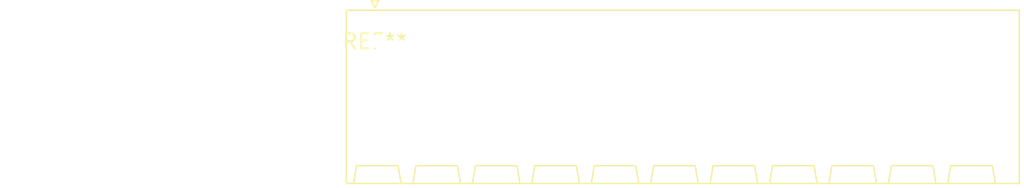
<source format=kicad_pcb>
(kicad_pcb (version 20240108) (generator pcbnew)
  (layers (0 "F.Cu" signal) (31 "B.Cu" signal) (34 "B.Paste" user) (35 "F.Paste" user) (36 "B.SilkS" user "B.Silkscreen") (37 "F.SilkS" user "F.Silkscreen") (38 "B.Mask" user) (39 "F.Mask" user) (44 "Edge.Cuts" user))
  (net 0 "")
  (footprint "PhoenixContact_SPT_2.5_11-H-5.0-EX_1x11_P5.0mm_Horizontal" (layer "F.Cu") (at 0 0)
    (property "Reference" "REF**")
    (property "Value" "PhoenixContact_SPT_2.5_11-H-5.0-EX_1x11_P5.0mm_Horizontal")
    (fp_line (start -2.41 -2.64) (end 54.21 -2.64) (layer "F.SilkS") (stroke (width 0.12)))
    (fp_line (start -2.41 11.98) (end -2.41 -2.64) (layer "F.SilkS") (stroke (width 0.12)))
    (fp_line (start -1.8 11.98) (end -1.55 10.48) (layer "F.SilkS") (stroke (width 0.12)))
    (fp_line (start -1.55 10.48) (end 1.95 10.48) (layer "F.SilkS") (stroke (width 0.12)))
    (fp_line (start -0.3 -3.44) (end 0 -2.84) (layer "F.SilkS") (stroke (width 0.12)))
    (fp_line (start -0.3 -3.44) (end 0.3 -3.44) (layer "F.SilkS") (stroke (width 0.12)))
    (fp_line (start 0.3 -3.44) (end 0 -2.84) (layer "F.SilkS") (stroke (width 0.12)))
    (fp_line (start 2.2 11.98) (end 1.95 10.48) (layer "F.SilkS") (stroke (width 0.12)))
    (fp_line (start 3.2 11.98) (end 3.45 10.48) (layer "F.SilkS") (stroke (width 0.12)))
    (fp_line (start 3.45 10.48) (end 6.95 10.48) (layer "F.SilkS") (stroke (width 0.12)))
    (fp_line (start 7.2 11.98) (end 6.95 10.48) (layer "F.SilkS") (stroke (width 0.12)))
    (fp_line (start 8.2 11.98) (end 8.45 10.48) (layer "F.SilkS") (stroke (width 0.12)))
    (fp_line (start 8.45 10.48) (end 11.95 10.48) (layer "F.SilkS") (stroke (width 0.12)))
    (fp_line (start 12.2 11.98) (end 11.95 10.48) (layer "F.SilkS") (stroke (width 0.12)))
    (fp_line (start 13.2 11.98) (end 13.45 10.48) (layer "F.SilkS") (stroke (width 0.12)))
    (fp_line (start 13.45 10.48) (end 16.95 10.48) (layer "F.SilkS") (stroke (width 0.12)))
    (fp_line (start 17.2 11.98) (end 16.95 10.48) (layer "F.SilkS") (stroke (width 0.12)))
    (fp_line (start 18.2 11.98) (end 18.45 10.48) (layer "F.SilkS") (stroke (width 0.12)))
    (fp_line (start 18.45 10.48) (end 21.95 10.48) (layer "F.SilkS") (stroke (width 0.12)))
    (fp_line (start 22.2 11.98) (end 21.95 10.48) (layer "F.SilkS") (stroke (width 0.12)))
    (fp_line (start 23.2 11.98) (end 23.45 10.48) (layer "F.SilkS") (stroke (width 0.12)))
    (fp_line (start 23.45 10.48) (end 26.95 10.48) (layer "F.SilkS") (stroke (width 0.12)))
    (fp_line (start 27.2 11.98) (end 26.95 10.48) (layer "F.SilkS") (stroke (width 0.12)))
    (fp_line (start 28.2 11.98) (end 28.45 10.48) (layer "F.SilkS") (stroke (width 0.12)))
    (fp_line (start 28.45 10.48) (end 31.95 10.48) (layer "F.SilkS") (stroke (width 0.12)))
    (fp_line (start 32.2 11.98) (end 31.95 10.48) (layer "F.SilkS") (stroke (width 0.12)))
    (fp_line (start 33.2 11.98) (end 33.45 10.48) (layer "F.SilkS") (stroke (width 0.12)))
    (fp_line (start 33.45 10.48) (end 36.95 10.48) (layer "F.SilkS") (stroke (width 0.12)))
    (fp_line (start 37.2 11.98) (end 36.95 10.48) (layer "F.SilkS") (stroke (width 0.12)))
    (fp_line (start 38.2 11.98) (end 38.45 10.48) (layer "F.SilkS") (stroke (width 0.12)))
    (fp_line (start 38.45 10.48) (end 41.95 10.48) (layer "F.SilkS") (stroke (width 0.12)))
    (fp_line (start 42.2 11.98) (end 41.95 10.48) (layer "F.SilkS") (stroke (width 0.12)))
    (fp_line (start 43.2 11.98) (end 43.45 10.48) (layer "F.SilkS") (stroke (width 0.12)))
    (fp_line (start 43.45 10.48) (end 46.95 10.48) (layer "F.SilkS") (stroke (width 0.12)))
    (fp_line (start 47.2 11.98) (end 46.95 10.48) (layer "F.SilkS") (stroke (width 0.12)))
    (fp_line (start 48.2 11.98) (end 48.45 10.48) (layer "F.SilkS") (stroke (width 0.12)))
    (fp_line (start 48.45 10.48) (end 51.95 10.48) (layer "F.SilkS") (stroke (width 0.12)))
    (fp_line (start 52.2 11.98) (end 51.95 10.48) (layer "F.SilkS") (stroke (width 0.12)))
    (fp_line (start 54.21 -2.64) (end 54.21 11.98) (layer "F.SilkS") (stroke (width 0.12)))
    (fp_line (start 54.21 11.98) (end -2.41 11.98) (layer "F.SilkS") (stroke (width 0.12)))
    (pad "1" thru_hole roundrect (at 0 0) (size 1.8 3.3) (drill 1.1) (layers *.Cu *.Mask) (remove_unused_layers) (roundrect_rratio 0.138889))
    (pad "1" thru_hole roundrect (at 0 8.2) (size 1.8 3.3) (drill 1.1) (layers *.Cu *.Mask) (remove_unused_layers) (roundrect_rratio 0.138889))
    (pad "2" thru_hole oval (at 5 0) (size 1.8 3.3) (drill 1.1) (layers *.Cu *.Mask) (remove_unused_layers))
    (pad "2" thru_hole oval (at 5 8.2) (size 1.8 3.3) (drill 1.1) (layers *.Cu *.Mask) (remove_unused_layers))
    (pad "3" thru_hole oval (at 10 0) (size 1.8 3.3) (drill 1.1) (layers *.Cu *.Mask) (remove_unused_layers))
    (pad "3" thru_hole oval (at 10 8.2) (size 1.8 3.3) (drill 1.1) (layers *.Cu *.Mask) (remove_unused_layers))
    (pad "4" thru_hole oval (at 15 0) (size 1.8 3.3) (drill 1.1) (layers *.Cu *.Mask) (remove_unused_layers))
    (pad "4" thru_hole oval (at 15 8.2) (size 1.8 3.3) (drill 1.1) (layers *.Cu *.Mask) (remove_unused_layers))
    (pad "5" thru_hole oval (at 20 0) (size 1.8 3.3) (drill 1.1) (layers *.Cu *.Mask) (remove_unused_layers))
    (pad "5" thru_hole oval (at 20 8.2) (size 1.8 3.3) (drill 1.1) (layers *.Cu *.Mask) (remove_unused_layers))
    (pad "6" thru_hole oval (at 25 0) (size 1.8 3.3) (drill 1.1) (layers *.Cu *.Mask) (remove_unused_layers))
    (pad "6" thru_hole oval (at 25 8.2) (size 1.8 3.3) (drill 1.1) (layers *.Cu *.Mask) (remove_unused_layers))
    (pad "7" thru_hole oval (at 30 0) (size 1.8 3.3) (drill 1.1) (layers *.Cu *.Mask) (remove_unused_layers))
    (pad "7" thru_hole oval (at 30 8.2) (size 1.8 3.3) (drill 1.1) (layers *.Cu *.Mask) (remove_unused_layers))
    (pad "8" thru_hole oval (at 35 0) (size 1.8 3.3) (drill 1.1) (layers *.Cu *.Mask) (remove_unused_layers))
    (pad "8" thru_hole oval (at 35 8.2) (size 1.8 3.3) (drill 1.1) (layers *.Cu *.Mask) (remove_unused_layers))
    (pad "9" thru_hole oval (at 40 0) (size 1.8 3.3) (drill 1.1) (layers *.Cu *.Mask) (remove_unused_layers))
    (pad "9" thru_hole oval (at 40 8.2) (size 1.8 3.3) (drill 1.1) (layers *.Cu *.Mask) (remove_unused_layers))
    (pad "10" thru_hole oval (at 45 0) (size 1.8 3.3) (drill 1.1) (layers *.Cu *.Mask) (remove_unused_layers))
    (pad "10" thru_hole oval (at 45 8.2) (size 1.8 3.3) (drill 1.1) (layers *.Cu *.Mask) (remove_unused_layers))
    (pad "11" thru_hole oval (at 50 0) (size 1.8 3.3) (drill 1.1) (layers *.Cu *.Mask) (remove_unused_layers))
    (pad "11" thru_hole oval (at 50 8.2) (size 1.8 3.3) (drill 1.1) (layers *.Cu *.Mask) (remove_unused_layers))
  )
)
</source>
